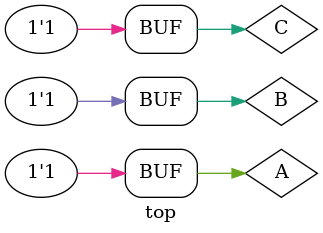
<source format=v>
module top; 
reg C; 
wire #5 A; 
assign #10 A = C; 
wire #10 B; 
assign #5 B = C; 
initial 
begin 
 	#0 C = 1'b0;
	#7 C = 1'b1;
	#1 C = 1'b0;
	#11 C = 1'b1;	
end 
endmodule

</source>
